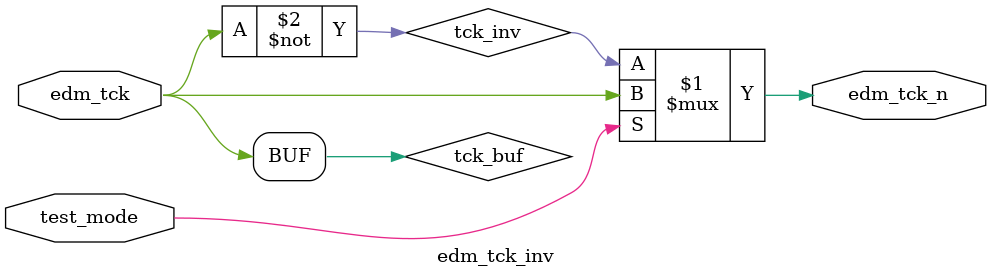
<source format=v>

module edm_tck_inv (edm_tck_n, edm_tck, test_mode);

output edm_tck_n;
input edm_tck;
input test_mode;

`ifdef SYNTHESIS

wire tck_buf;
wire tck_inv;

buf ckb_buf (tck_buf, edm_tck);
not ckb_inv (tck_inv, edm_tck);

assign edm_tck_n = test_mode ? /* synopsys infer_mux */ 
		tck_buf : tck_inv;

`else

assign edm_tck_n = test_mode ? edm_tck : ~edm_tck;

`endif
endmodule

</source>
